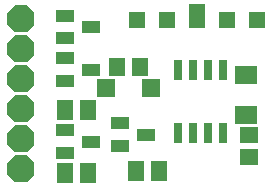
<source format=gbs>
G75*
%MOIN*%
%OFA0B0*%
%FSLAX25Y25*%
%IPPOS*%
%LPD*%
%AMOC8*
5,1,8,0,0,1.08239X$1,22.5*
%
%ADD10R,0.06306X0.05518*%
%ADD11R,0.07487X0.05912*%
%ADD12R,0.05912X0.04337*%
%ADD13R,0.05518X0.06699*%
%ADD14OC8,0.09000*%
%ADD15R,0.05518X0.06306*%
%ADD16R,0.05912X0.05912*%
%ADD17R,0.05518X0.05400*%
%ADD18R,0.05400X0.07880*%
%ADD19R,0.02762X0.06699*%
D10*
X0084087Y0033853D03*
X0084087Y0041334D03*
D11*
X0083031Y0047963D03*
X0083031Y0061349D03*
D12*
X0049591Y0041404D03*
X0040929Y0037664D03*
X0040929Y0045145D03*
X0031315Y0039097D03*
X0022654Y0035357D03*
X0022654Y0042837D03*
X0022654Y0059373D03*
X0022654Y0066853D03*
X0022654Y0073546D03*
X0022654Y0081026D03*
X0031315Y0077286D03*
X0031315Y0063113D03*
D13*
X0022850Y0028467D03*
X0030331Y0028467D03*
X0046472Y0029255D03*
X0053953Y0029255D03*
X0030331Y0049727D03*
X0022850Y0049727D03*
D14*
X0008087Y0050042D03*
X0008087Y0060042D03*
X0008087Y0070042D03*
X0008087Y0080042D03*
X0008087Y0040042D03*
X0008087Y0030042D03*
D15*
X0040173Y0063900D03*
X0047654Y0063900D03*
D16*
X0051394Y0056814D03*
X0036433Y0056814D03*
D17*
X0046827Y0079649D03*
X0056827Y0079649D03*
X0076827Y0079649D03*
X0086827Y0079649D03*
D18*
X0066748Y0080830D03*
D19*
X0065390Y0062932D03*
X0060429Y0062932D03*
X0070390Y0062932D03*
X0075390Y0062932D03*
X0075429Y0042034D03*
X0070429Y0042034D03*
X0065429Y0042034D03*
X0060429Y0042034D03*
M02*

</source>
